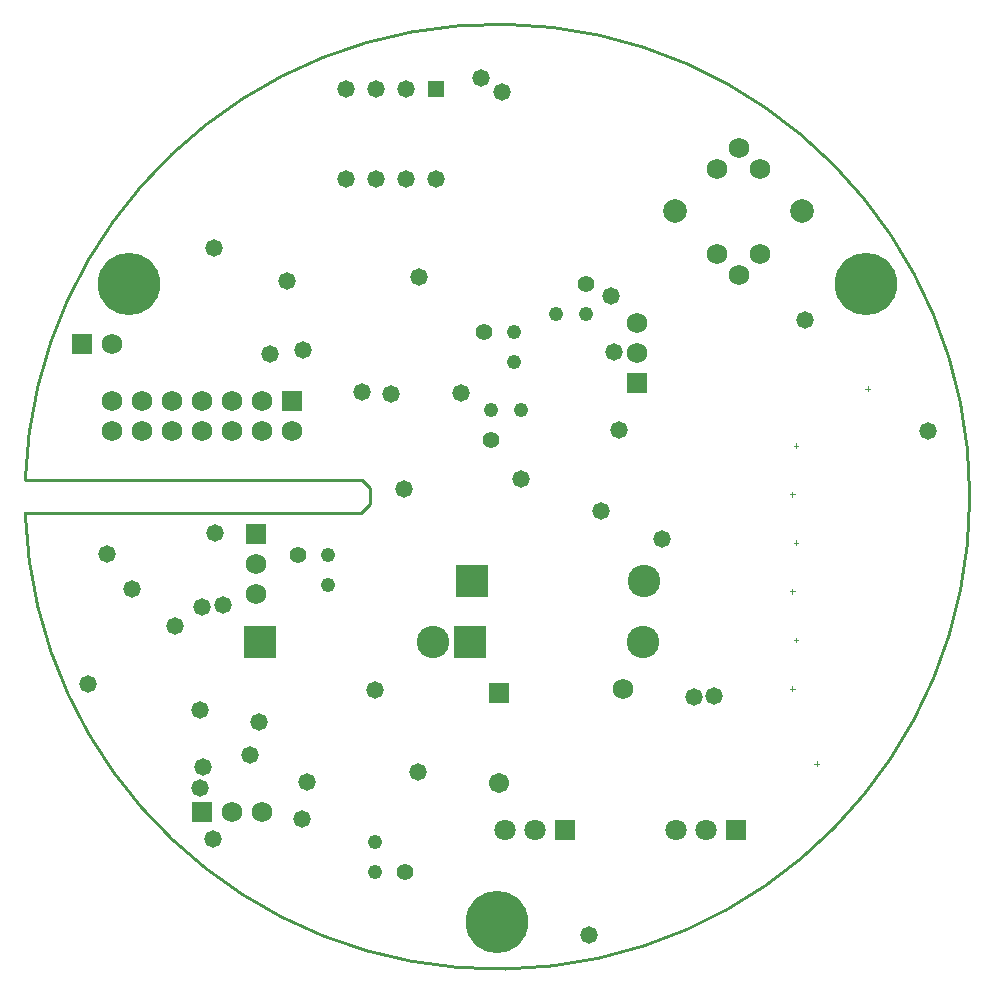
<source format=gbs>
%FSLAX25Y25*%
%MOIN*%
G70*
G01*
G75*
G04 Layer_Color=16711935*
%ADD10C,0.04000*%
%ADD11C,0.02000*%
G04:AMPARAMS|DCode=12|XSize=47.24mil|YSize=59.06mil|CornerRadius=11.81mil|HoleSize=0mil|Usage=FLASHONLY|Rotation=90.000|XOffset=0mil|YOffset=0mil|HoleType=Round|Shape=RoundedRectangle|*
%AMROUNDEDRECTD12*
21,1,0.04724,0.03543,0,0,90.0*
21,1,0.02362,0.05906,0,0,90.0*
1,1,0.02362,0.01772,0.01181*
1,1,0.02362,0.01772,-0.01181*
1,1,0.02362,-0.01772,-0.01181*
1,1,0.02362,-0.01772,0.01181*
%
%ADD12ROUNDEDRECTD12*%
%ADD13R,0.13386X0.07480*%
G04:AMPARAMS|DCode=14|XSize=47.24mil|YSize=59.06mil|CornerRadius=11.81mil|HoleSize=0mil|Usage=FLASHONLY|Rotation=180.000|XOffset=0mil|YOffset=0mil|HoleType=Round|Shape=RoundedRectangle|*
%AMROUNDEDRECTD14*
21,1,0.04724,0.03543,0,0,180.0*
21,1,0.02362,0.05906,0,0,180.0*
1,1,0.02362,-0.01181,0.01772*
1,1,0.02362,0.01181,0.01772*
1,1,0.02362,0.01181,-0.01772*
1,1,0.02362,-0.01181,-0.01772*
%
%ADD14ROUNDEDRECTD14*%
%ADD15R,0.04331X0.02559*%
%ADD16R,0.13780X0.04724*%
%ADD17R,0.08268X0.07284*%
%ADD18R,0.04724X0.13780*%
%ADD19R,0.07284X0.08268*%
%ADD20R,0.14764X0.07874*%
%ADD21R,0.02362X0.05118*%
%ADD22R,0.08465X0.13780*%
%ADD23R,0.08465X0.04331*%
%ADD24R,0.08465X0.04331*%
%ADD25O,0.02362X0.08661*%
%ADD26R,0.05118X0.02362*%
%ADD27O,0.08661X0.02362*%
%ADD28R,0.03937X0.03347*%
%ADD29R,0.03937X0.03347*%
%ADD30O,0.09055X0.02362*%
%ADD31R,0.07874X0.14764*%
%ADD32R,0.05906X0.07874*%
%ADD33C,0.01000*%
%ADD34C,0.00394*%
%ADD35C,0.06000*%
%ADD36R,0.06000X0.06000*%
%ADD37R,0.10000X0.10000*%
%ADD38C,0.10000*%
%ADD39C,0.20000*%
%ADD40C,0.07087*%
%ADD41R,0.06000X0.06000*%
%ADD42R,0.06299X0.06299*%
%ADD43C,0.06299*%
%ADD44C,0.05000*%
%ADD45R,0.05000X0.05000*%
%ADD46C,0.04000*%
%ADD47C,0.04724*%
%ADD48R,0.05906X0.05906*%
%ADD49C,0.05906*%
%ADD50C,0.00984*%
%ADD51C,0.02362*%
%ADD52C,0.00787*%
%ADD53C,0.00500*%
%ADD54C,0.00800*%
%ADD55C,0.00591*%
%ADD56R,0.07480X0.02559*%
G04:AMPARAMS|DCode=57|XSize=55.24mil|YSize=67.06mil|CornerRadius=13.81mil|HoleSize=0mil|Usage=FLASHONLY|Rotation=90.000|XOffset=0mil|YOffset=0mil|HoleType=Round|Shape=RoundedRectangle|*
%AMROUNDEDRECTD57*
21,1,0.05524,0.03943,0,0,90.0*
21,1,0.02762,0.06706,0,0,90.0*
1,1,0.02762,0.01972,0.01381*
1,1,0.02762,0.01972,-0.01381*
1,1,0.02762,-0.01972,-0.01381*
1,1,0.02762,-0.01972,0.01381*
%
%ADD57ROUNDEDRECTD57*%
%ADD58R,0.14186X0.08280*%
G04:AMPARAMS|DCode=59|XSize=55.24mil|YSize=67.06mil|CornerRadius=13.81mil|HoleSize=0mil|Usage=FLASHONLY|Rotation=180.000|XOffset=0mil|YOffset=0mil|HoleType=Round|Shape=RoundedRectangle|*
%AMROUNDEDRECTD59*
21,1,0.05524,0.03943,0,0,180.0*
21,1,0.02762,0.06706,0,0,180.0*
1,1,0.02762,-0.01381,0.01972*
1,1,0.02762,0.01381,0.01972*
1,1,0.02762,0.01381,-0.01972*
1,1,0.02762,-0.01381,-0.01972*
%
%ADD59ROUNDEDRECTD59*%
%ADD60R,0.05131X0.03359*%
%ADD61R,0.14579X0.05524*%
%ADD62R,0.09068X0.08083*%
%ADD63R,0.05524X0.14579*%
%ADD64R,0.08083X0.09068*%
%ADD65R,0.15564X0.08674*%
%ADD66R,0.03162X0.05918*%
%ADD67R,0.09265X0.14579*%
%ADD68R,0.09265X0.05131*%
%ADD69R,0.09265X0.05131*%
%ADD70O,0.03162X0.09461*%
%ADD71R,0.05918X0.03162*%
%ADD72O,0.09461X0.03162*%
%ADD73R,0.04737X0.04147*%
%ADD74R,0.04737X0.04147*%
%ADD75O,0.09855X0.03162*%
%ADD76R,0.08674X0.15564*%
%ADD77R,0.06706X0.08674*%
%ADD78C,0.06800*%
%ADD79R,0.06800X0.06800*%
%ADD80R,0.10800X0.10800*%
%ADD81C,0.10800*%
%ADD82C,0.20800*%
%ADD83C,0.07887*%
%ADD84R,0.06800X0.06800*%
%ADD85R,0.07099X0.07099*%
%ADD86C,0.07099*%
%ADD87C,0.05800*%
%ADD88R,0.05800X0.05800*%
%ADD89C,0.04800*%
%ADD90C,0.05524*%
%ADD91R,0.06706X0.06706*%
%ADD92C,0.06706*%
D33*
X255116Y320504D02*
G03*
X255116Y331496I157384J5496D01*
G01*
Y320504D02*
X367004D01*
X370000Y323500D01*
Y329004D01*
X255116Y331496D02*
X367508D01*
X370000Y329004D01*
D34*
X511268Y343000D02*
X512843D01*
X512055Y342213D02*
Y343787D01*
X510087Y262000D02*
X511661D01*
X510874Y261213D02*
Y262787D01*
X511268Y278200D02*
X512843D01*
X512055Y277413D02*
Y278987D01*
X510087Y294400D02*
X511661D01*
X510874Y293613D02*
Y295187D01*
X511268Y310600D02*
X512843D01*
X512055Y309813D02*
Y311387D01*
X510087Y326800D02*
X511661D01*
X510874Y326013D02*
Y327587D01*
X519000Y236213D02*
Y237787D01*
X518213Y237000D02*
X519787D01*
X536000Y361213D02*
Y362787D01*
X535213Y362000D02*
X536787D01*
D78*
X284000Y376961D02*
D03*
X485858Y435284D02*
D03*
X492929Y442355D02*
D03*
X500000Y435284D02*
D03*
Y407000D02*
D03*
X485858D02*
D03*
X492929Y399929D02*
D03*
X332000Y303394D02*
D03*
Y293394D02*
D03*
X324000Y221000D02*
D03*
X334000D02*
D03*
X459000Y374000D02*
D03*
Y384000D02*
D03*
X324000Y348000D02*
D03*
Y358000D02*
D03*
X294000D02*
D03*
Y348000D02*
D03*
X284000Y358000D02*
D03*
Y348000D02*
D03*
X314000Y358000D02*
D03*
Y348000D02*
D03*
X304000Y358000D02*
D03*
Y348000D02*
D03*
X334000D02*
D03*
Y358000D02*
D03*
X344000Y348000D02*
D03*
X454339Y261784D02*
D03*
D79*
X274000Y376961D02*
D03*
X314000Y221000D02*
D03*
X344000Y358000D02*
D03*
D80*
X403894Y298000D02*
D03*
X333500Y277606D02*
D03*
X403500D02*
D03*
D81*
X461394Y298000D02*
D03*
X391000Y277606D02*
D03*
X461000D02*
D03*
D82*
X289756Y396866D02*
D03*
X535244D02*
D03*
X412500Y184268D02*
D03*
D83*
X471716Y421142D02*
D03*
X514142D02*
D03*
D84*
X332000Y313394D02*
D03*
X459000Y364000D02*
D03*
D85*
X492000Y215000D02*
D03*
X435000Y215017D02*
D03*
D86*
X482000Y215000D02*
D03*
X472000D02*
D03*
X425000Y215017D02*
D03*
X415000D02*
D03*
D87*
X362000Y432000D02*
D03*
X372000D02*
D03*
X382000D02*
D03*
X392000D02*
D03*
X362000Y462000D02*
D03*
X372000D02*
D03*
X382000D02*
D03*
X386000Y234231D02*
D03*
X453092Y348111D02*
D03*
X478000Y259375D02*
D03*
X484559Y259669D02*
D03*
X342471Y398000D02*
D03*
X414000Y461000D02*
D03*
X332894Y250894D02*
D03*
X330000Y240000D02*
D03*
X349000Y231000D02*
D03*
X420250Y332000D02*
D03*
X305000Y283000D02*
D03*
X400500Y360500D02*
D03*
X313500Y255000D02*
D03*
X282500Y307000D02*
D03*
X367500Y361000D02*
D03*
X290697Y295197D02*
D03*
X314500Y236000D02*
D03*
X381500Y328456D02*
D03*
X318216Y409000D02*
D03*
X371687Y261634D02*
D03*
X276039Y263545D02*
D03*
X347485Y218394D02*
D03*
X447000Y321253D02*
D03*
X386384Y399376D02*
D03*
X450360Y393000D02*
D03*
X377167Y360118D02*
D03*
X314000Y289238D02*
D03*
X318228Y314000D02*
D03*
X443000Y180000D02*
D03*
X407000Y465410D02*
D03*
X467331Y312000D02*
D03*
X515000Y384860D02*
D03*
X556000Y347783D02*
D03*
X313493Y229000D02*
D03*
X321174Y290000D02*
D03*
X347602Y374778D02*
D03*
X336853Y373395D02*
D03*
X451394Y374200D02*
D03*
X317686Y212000D02*
D03*
D88*
X392000Y462000D02*
D03*
D89*
X371740Y211000D02*
D03*
Y201000D02*
D03*
X418000Y371000D02*
D03*
Y381000D02*
D03*
X420250Y355000D02*
D03*
X410250D02*
D03*
X432000Y387000D02*
D03*
X442000D02*
D03*
X356000Y296394D02*
D03*
Y306394D02*
D03*
D90*
X381740Y201000D02*
D03*
X408000Y381000D02*
D03*
X410250Y345000D02*
D03*
X442000Y397000D02*
D03*
X346000Y306394D02*
D03*
D91*
X413000Y260528D02*
D03*
D92*
Y230685D02*
D03*
M02*

</source>
